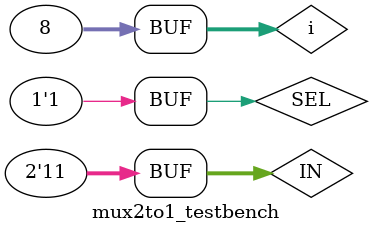
<source format=sv>
/* NAME					|	mux2to1.sv
	-------------------------------------------------------------------------------------------------
	DESCRIPTION       |  Selects a bit of data from a 32 bit input
 ---------------------------------------------------------------------------------------------------
	PARAMETERS			|	TYPE					|	DESCRIPTION					
 ---------------------------------------------------------------------------------------------------
	OUT		         |	OUTPUT 				|	1 bit of data from selected 2 bit input
	IN						|	INPUT	 [1:0]		|	Data to be muxed
	SEL					|	INPUT  				| 	The selected bit location from the 2 bit input
	#################################################################################################
	AUTHOR            | Minhhue H Khuu
	ASSIGNMENT			| Lab 1: Register File
	CLASS					| EE 471
	DATE					| 01/16/2015
	#################################################################################################
*/ 
module mux2to1(IN, OUT, SEL);  

	// ports
	input [1:0] IN;
	input SEL;
	output OUT;
	
	// wires
	wire in1out, in2out;
	wire notSEL;
	
	// mux logic
	or (OUT, in1out, in2out);
	and (in1out, IN[1], SEL);
	and (in2out, IN[0], notSEL);
	not (notSEL, SEL);
	
endmodule  
  
  
// test
module mux2to1_testbench();  
	reg [1:0] IN;
	reg SEL;
	wire OUT;   
   
	mux2to1 dut (.IN, .OUT, .SEL);   
	integer i;
	initial begin
		for(i=0; i<8; i++) begin
			{IN, SEL} = i; #10;
		end
	end
  

endmodule 
</source>
